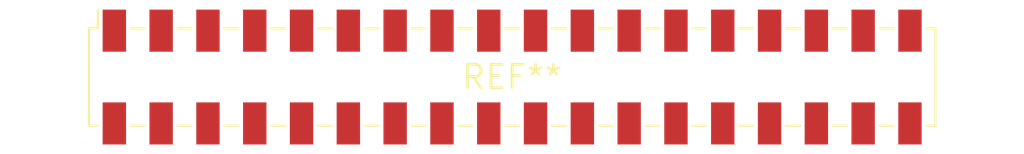
<source format=kicad_pcb>
(kicad_pcb (version 20240108) (generator pcbnew)
  (layers (0 "F.Cu" signal) (31 "B.Cu" signal) (34 "B.Paste" user) (35 "F.Paste" user) (36 "B.SilkS" user "B.Silkscreen") (37 "F.SilkS" user "F.Silkscreen") (38 "B.Mask" user) (39 "F.Mask" user) (44 "Edge.Cuts" user))
  (net 0 "")
  (footprint "Samtec_HLE-118-02-xxx-DV_2x18_P2.54mm_Horizontal" (layer "F.Cu") (at 0 0)
    (property "Reference" "REF**")
    (property "Value" "Samtec_HLE-118-02-xxx-DV_2x18_P2.54mm_Horizontal")
    (fp_line (start -22.97 -2.65) (end -22.97 2.65) (layer "F.SilkS") (stroke (width 0.12)))
    (fp_line (start -22.97 2.65) (end -22.485 2.65) (layer "F.SilkS") (stroke (width 0.12)))
    (fp_line (start -22.485 -3.67) (end -22.485 -2.65) (layer "F.SilkS") (stroke (width 0.12)))
    (fp_line (start -22.485 -2.65) (end -22.97 -2.65) (layer "F.SilkS") (stroke (width 0.12)))
    (fp_line (start -20.695 -2.65) (end -19.945 -2.65) (layer "F.SilkS") (stroke (width 0.12)))
    (fp_line (start -20.695 2.65) (end -19.945 2.65) (layer "F.SilkS") (stroke (width 0.12)))
    (fp_line (start -18.155 -2.65) (end -17.405 -2.65) (layer "F.SilkS") (stroke (width 0.12)))
    (fp_line (start -18.155 2.65) (end -17.405 2.65) (layer "F.SilkS") (stroke (width 0.12)))
    (fp_line (start -15.615 -2.65) (end -14.865 -2.65) (layer "F.SilkS") (stroke (width 0.12)))
    (fp_line (start -15.615 2.65) (end -14.865 2.65) (layer "F.SilkS") (stroke (width 0.12)))
    (fp_line (start -13.075 -2.65) (end -12.325 -2.65) (layer "F.SilkS") (stroke (width 0.12)))
    (fp_line (start -13.075 2.65) (end -12.325 2.65) (layer "F.SilkS") (stroke (width 0.12)))
    (fp_line (start -10.535 -2.65) (end -9.785 -2.65) (layer "F.SilkS") (stroke (width 0.12)))
    (fp_line (start -10.535 2.65) (end -9.785 2.65) (layer "F.SilkS") (stroke (width 0.12)))
    (fp_line (start -7.995 -2.65) (end -7.245 -2.65) (layer "F.SilkS") (stroke (width 0.12)))
    (fp_line (start -7.995 2.65) (end -7.245 2.65) (layer "F.SilkS") (stroke (width 0.12)))
    (fp_line (start -5.455 -2.65) (end -4.705 -2.65) (layer "F.SilkS") (stroke (width 0.12)))
    (fp_line (start -5.455 2.65) (end -4.705 2.65) (layer "F.SilkS") (stroke (width 0.12)))
    (fp_line (start -2.915 -2.65) (end -2.165 -2.65) (layer "F.SilkS") (stroke (width 0.12)))
    (fp_line (start -2.915 2.65) (end -2.165 2.65) (layer "F.SilkS") (stroke (width 0.12)))
    (fp_line (start -0.375 -2.65) (end 0.375 -2.65) (layer "F.SilkS") (stroke (width 0.12)))
    (fp_line (start -0.375 2.65) (end 0.375 2.65) (layer "F.SilkS") (stroke (width 0.12)))
    (fp_line (start 2.165 -2.65) (end 2.915 -2.65) (layer "F.SilkS") (stroke (width 0.12)))
    (fp_line (start 2.165 2.65) (end 2.915 2.65) (layer "F.SilkS") (stroke (width 0.12)))
    (fp_line (start 4.705 -2.65) (end 5.455 -2.65) (layer "F.SilkS") (stroke (width 0.12)))
    (fp_line (start 4.705 2.65) (end 5.455 2.65) (layer "F.SilkS") (stroke (width 0.12)))
    (fp_line (start 7.245 -2.65) (end 7.995 -2.65) (layer "F.SilkS") (stroke (width 0.12)))
    (fp_line (start 7.245 2.65) (end 7.995 2.65) (layer "F.SilkS") (stroke (width 0.12)))
    (fp_line (start 9.785 -2.65) (end 10.535 -2.65) (layer "F.SilkS") (stroke (width 0.12)))
    (fp_line (start 9.785 2.65) (end 10.535 2.65) (layer "F.SilkS") (stroke (width 0.12)))
    (fp_line (start 12.325 -2.65) (end 13.075 -2.65) (layer "F.SilkS") (stroke (width 0.12)))
    (fp_line (start 12.325 2.65) (end 13.075 2.65) (layer "F.SilkS") (stroke (width 0.12)))
    (fp_line (start 14.865 -2.65) (end 15.615 -2.65) (layer "F.SilkS") (stroke (width 0.12)))
    (fp_line (start 14.865 2.65) (end 15.615 2.65) (layer "F.SilkS") (stroke (width 0.12)))
    (fp_line (start 17.405 -2.65) (end 18.155 -2.65) (layer "F.SilkS") (stroke (width 0.12)))
    (fp_line (start 17.405 2.65) (end 18.155 2.65) (layer "F.SilkS") (stroke (width 0.12)))
    (fp_line (start 19.945 -2.65) (end 20.695 -2.65) (layer "F.SilkS") (stroke (width 0.12)))
    (fp_line (start 19.945 2.65) (end 20.695 2.65) (layer "F.SilkS") (stroke (width 0.12)))
    (fp_line (start 22.485 -2.65) (end 22.97 -2.65) (layer "F.SilkS") (stroke (width 0.12)))
    (fp_line (start 22.97 -2.65) (end 22.97 2.65) (layer "F.SilkS") (stroke (width 0.12)))
    (fp_line (start 22.97 2.65) (end 22.485 2.65) (layer "F.SilkS") (stroke (width 0.12)))
    (pad "1" smd rect (at -21.59 -2.525) (size 1.27 2.29) (layers "F.Cu" "F.Paste" "F.Mask"))
    (pad "2" smd rect (at -21.59 2.525) (size 1.27 2.29) (layers "F.Cu" "F.Paste" "F.Mask"))
    (pad "3" smd rect (at -19.05 -2.525) (size 1.27 2.29) (layers "F.Cu" "F.Paste" "F.Mask"))
    (pad "4" smd rect (at -19.05 2.525) (size 1.27 2.29) (layers "F.Cu" "F.Paste" "F.Mask"))
    (pad "5" smd rect (at -16.51 -2.525) (size 1.27 2.29) (layers "F.Cu" "F.Paste" "F.Mask"))
    (pad "6" smd rect (at -16.51 2.525) (size 1.27 2.29) (layers "F.Cu" "F.Paste" "F.Mask"))
    (pad "7" smd rect (at -13.97 -2.525) (size 1.27 2.29) (layers "F.Cu" "F.Paste" "F.Mask"))
    (pad "8" smd rect (at -13.97 2.525) (size 1.27 2.29) (layers "F.Cu" "F.Paste" "F.Mask"))
    (pad "9" smd rect (at -11.43 -2.525) (size 1.27 2.29) (layers "F.Cu" "F.Paste" "F.Mask"))
    (pad "10" smd rect (at -11.43 2.525) (size 1.27 2.29) (layers "F.Cu" "F.Paste" "F.Mask"))
    (pad "11" smd rect (at -8.89 -2.525) (size 1.27 2.29) (layers "F.Cu" "F.Paste" "F.Mask"))
    (pad "12" smd rect (at -8.89 2.525) (size 1.27 2.29) (layers "F.Cu" "F.Paste" "F.Mask"))
    (pad "13" smd rect (at -6.35 -2.525) (size 1.27 2.29) (layers "F.Cu" "F.Paste" "F.Mask"))
    (pad "14" smd rect (at -6.35 2.525) (size 1.27 2.29) (layers "F.Cu" "F.Paste" "F.Mask"))
    (pad "15" smd rect (at -3.81 -2.525) (size 1.27 2.29) (layers "F.Cu" "F.Paste" "F.Mask"))
    (pad "16" smd rect (at -3.81 2.525) (size 1.27 2.29) (layers "F.Cu" "F.Paste" "F.Mask"))
    (pad "17" smd rect (at -1.27 -2.525) (size 1.27 2.29) (layers "F.Cu" "F.Paste" "F.Mask"))
    (pad "18" smd rect (at -1.27 2.525) (size 1.27 2.29) (layers "F.Cu" "F.Paste" "F.Mask"))
    (pad "19" smd rect (at 1.27 -2.525) (size 1.27 2.29) (layers "F.Cu" "F.Paste" "F.Mask"))
    (pad "20" smd rect (at 1.27 2.525) (size 1.27 2.29) (layers "F.Cu" "F.Paste" "F.Mask"))
    (pad "21" smd rect (at 3.81 -2.525) (size 1.27 2.29) (layers "F.Cu" "F.Paste" "F.Mask"))
    (pad "22" smd rect (at 3.81 2.525) (size 1.27 2.29) (layers "F.Cu" "F.Paste" "F.Mask"))
    (pad "23" smd rect (at 6.35 -2.525) (size 1.27 2.29) (layers "F.Cu" "F.Paste" "F.Mask"))
    (pad "24" smd rect (at 6.35 2.525) (size 1.27 2.29) (layers "F.Cu" "F.Paste" "F.Mask"))
    (pad "25" smd rect (at 8.89 -2.525) (size 1.27 2.29) (layers "F.Cu" "F.Paste" "F.Mask"))
    (pad "26" smd rect (at 8.89 2.525) (size 1.27 2.29) (layers "F.Cu" "F.Paste" "F.Mask"))
    (pad "27" smd rect (at 11.43 -2.525) (size 1.27 2.29) (layers "F.Cu" "F.Paste" "F.Mask"))
    (pad "28" smd rect (at 11.43 2.525) (size 1.27 2.29) (layers "F.Cu" "F.Paste" "F.Mask"))
    (pad "29" smd rect (at 13.97 -2.525) (size 1.27 2.29) (layers "F.Cu" "F.Paste" "F.Mask"))
    (pad "30" smd rect (at 13.97 2.525) (size 1.27 2.29) (layers "F.Cu" "F.Paste" "F.Mask"))
    (pad "31" smd rect (at 16.51 -2.525) (size 1.27 2.29) (layers "F.Cu" "F.Paste" "F.Mask"))
    (pad "32" smd rect (at 16.51 2.525) (size 1.27 2.29) (layers "F.Cu" "F.Paste" "F.Mask"))
    (pad "33" smd rect (at 19.05 -2.525) (size 1.27 2.29) (layers "F.Cu" "F.Paste" "F.Mask"))
    (pad "34" smd rect (at 19.05 2.525) (size 1.27 2.29) (layers "F.Cu" "F.Paste" "F.Mask"))
    (pad "35" smd rect (at 21.59 -2.525) (size 1.27 2.29) (layers "F.Cu" "F.Paste" "F.Mask"))
    (pad "36" smd rect (at 21.59 2.525) (size 1.27 2.29) (layers "F.Cu" "F.Paste" "F.Mask"))
  )
)
</source>
